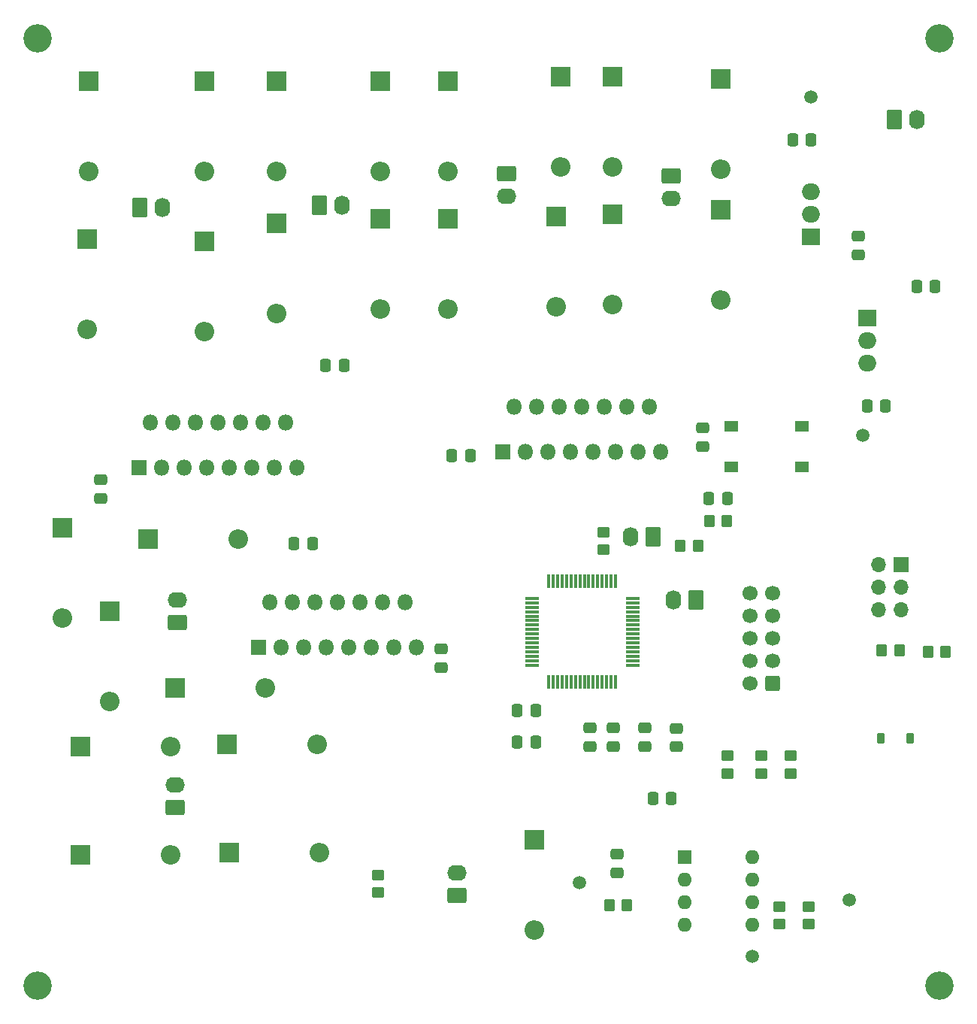
<source format=gbr>
%TF.GenerationSoftware,KiCad,Pcbnew,8.0.8*%
%TF.CreationDate,2025-04-07T19:10:48-05:00*%
%TF.ProjectId,Senior_Design_PCB_ethanl7_nrkim2,53656e69-6f72-45f4-9465-7369676e5f50,rev?*%
%TF.SameCoordinates,Original*%
%TF.FileFunction,Soldermask,Top*%
%TF.FilePolarity,Negative*%
%FSLAX46Y46*%
G04 Gerber Fmt 4.6, Leading zero omitted, Abs format (unit mm)*
G04 Created by KiCad (PCBNEW 8.0.8) date 2025-04-07 19:10:48*
%MOMM*%
%LPD*%
G01*
G04 APERTURE LIST*
G04 Aperture macros list*
%AMRoundRect*
0 Rectangle with rounded corners*
0 $1 Rounding radius*
0 $2 $3 $4 $5 $6 $7 $8 $9 X,Y pos of 4 corners*
0 Add a 4 corners polygon primitive as box body*
4,1,4,$2,$3,$4,$5,$6,$7,$8,$9,$2,$3,0*
0 Add four circle primitives for the rounded corners*
1,1,$1+$1,$2,$3*
1,1,$1+$1,$4,$5*
1,1,$1+$1,$6,$7*
1,1,$1+$1,$8,$9*
0 Add four rect primitives between the rounded corners*
20,1,$1+$1,$2,$3,$4,$5,0*
20,1,$1+$1,$4,$5,$6,$7,0*
20,1,$1+$1,$6,$7,$8,$9,0*
20,1,$1+$1,$8,$9,$2,$3,0*%
G04 Aperture macros list end*
%ADD10RoundRect,0.225000X0.225000X0.375000X-0.225000X0.375000X-0.225000X-0.375000X0.225000X-0.375000X0*%
%ADD11R,2.200000X2.200000*%
%ADD12O,2.200000X2.200000*%
%ADD13R,1.800000X1.800000*%
%ADD14O,1.800000X1.800000*%
%ADD15C,1.500000*%
%ADD16RoundRect,0.250000X-0.450000X0.350000X-0.450000X-0.350000X0.450000X-0.350000X0.450000X0.350000X0*%
%ADD17RoundRect,0.250000X0.620000X0.845000X-0.620000X0.845000X-0.620000X-0.845000X0.620000X-0.845000X0*%
%ADD18O,1.740000X2.190000*%
%ADD19C,3.200000*%
%ADD20RoundRect,0.250000X-0.337500X-0.475000X0.337500X-0.475000X0.337500X0.475000X-0.337500X0.475000X0*%
%ADD21RoundRect,0.250000X0.450000X-0.350000X0.450000X0.350000X-0.450000X0.350000X-0.450000X-0.350000X0*%
%ADD22RoundRect,0.250000X-0.475000X0.337500X-0.475000X-0.337500X0.475000X-0.337500X0.475000X0.337500X0*%
%ADD23R,1.600000X1.600000*%
%ADD24O,1.600000X1.600000*%
%ADD25R,2.000000X1.905000*%
%ADD26O,2.000000X1.905000*%
%ADD27RoundRect,0.250000X-0.620000X-0.845000X0.620000X-0.845000X0.620000X0.845000X-0.620000X0.845000X0*%
%ADD28RoundRect,0.250000X-0.845000X0.620000X-0.845000X-0.620000X0.845000X-0.620000X0.845000X0.620000X0*%
%ADD29O,2.190000X1.740000*%
%ADD30RoundRect,0.250000X0.337500X0.475000X-0.337500X0.475000X-0.337500X-0.475000X0.337500X-0.475000X0*%
%ADD31RoundRect,0.250000X0.845000X-0.620000X0.845000X0.620000X-0.845000X0.620000X-0.845000X-0.620000X0*%
%ADD32RoundRect,0.250000X0.350000X0.450000X-0.350000X0.450000X-0.350000X-0.450000X0.350000X-0.450000X0*%
%ADD33RoundRect,0.250000X-0.350000X-0.450000X0.350000X-0.450000X0.350000X0.450000X-0.350000X0.450000X0*%
%ADD34R,1.550000X1.300000*%
%ADD35RoundRect,0.075000X-0.075000X0.700000X-0.075000X-0.700000X0.075000X-0.700000X0.075000X0.700000X0*%
%ADD36RoundRect,0.075000X-0.700000X0.075000X-0.700000X-0.075000X0.700000X-0.075000X0.700000X0.075000X0*%
%ADD37RoundRect,0.250000X0.475000X-0.337500X0.475000X0.337500X-0.475000X0.337500X-0.475000X-0.337500X0*%
%ADD38R,1.700000X1.700000*%
%ADD39O,1.700000X1.700000*%
%ADD40RoundRect,0.250000X0.600000X0.600000X-0.600000X0.600000X-0.600000X-0.600000X0.600000X-0.600000X0*%
%ADD41C,1.700000*%
G04 APERTURE END LIST*
D10*
%TO.C,D4*%
X199119361Y-114415469D03*
X195819361Y-114415469D03*
%TD*%
D11*
%TO.C,D12*%
X177800000Y-54864000D03*
D12*
X177800000Y-65024000D03*
%TD*%
D11*
%TO.C,D13*%
X105664000Y-127508000D03*
D12*
X115824000Y-127508000D03*
%TD*%
D13*
%TO.C,U5*%
X112251361Y-83935469D03*
D14*
X113521361Y-78855469D03*
X114791361Y-83935469D03*
X116061361Y-78855469D03*
X117331361Y-83935469D03*
X118601361Y-78855469D03*
X119871361Y-83935469D03*
X121141361Y-78855469D03*
X122411361Y-83935469D03*
X123681361Y-78855469D03*
X124951361Y-83935469D03*
X126221361Y-78855469D03*
X127491361Y-83935469D03*
X128761361Y-78855469D03*
X130031361Y-83935469D03*
%TD*%
D11*
%TO.C,D11*%
X177800000Y-40132000D03*
D12*
X177800000Y-50292000D03*
%TD*%
D11*
%TO.C,D15*%
X105664000Y-115316000D03*
D12*
X115824000Y-115316000D03*
%TD*%
D11*
%TO.C,D8*%
X159766000Y-39878000D03*
D12*
X159766000Y-50038000D03*
%TD*%
D13*
%TO.C,U3*%
X153272361Y-82157469D03*
D14*
X154542361Y-77077469D03*
X155812361Y-82157469D03*
X157082361Y-77077469D03*
X158352361Y-82157469D03*
X159622361Y-77077469D03*
X160892361Y-82157469D03*
X162162361Y-77077469D03*
X163432361Y-82157469D03*
X164702361Y-77077469D03*
X165972361Y-82157469D03*
X167242361Y-77077469D03*
X168512361Y-82157469D03*
X169782361Y-77077469D03*
X171052361Y-82157469D03*
%TD*%
D15*
%TO.C,TP2*%
X181356000Y-138938000D03*
%TD*%
D16*
%TO.C,R1*%
X164575361Y-91190469D03*
X164575361Y-93190469D03*
%TD*%
D17*
%TO.C,D1*%
X170163361Y-91682469D03*
D18*
X167623361Y-91682469D03*
%TD*%
D16*
%TO.C,R8*%
X182355361Y-116352469D03*
X182355361Y-118352469D03*
%TD*%
D11*
%TO.C,D19*%
X103632000Y-90678000D03*
D12*
X103632000Y-100838000D03*
%TD*%
D11*
%TO.C,D28*%
X139446000Y-55880000D03*
D12*
X139446000Y-66040000D03*
%TD*%
D19*
%TO.C,H3*%
X100838000Y-142240000D03*
%TD*%
D20*
%TO.C,C16*%
X129734361Y-92444469D03*
X131809361Y-92444469D03*
%TD*%
D11*
%TO.C,D9*%
X165608000Y-39878000D03*
D12*
X165608000Y-50038000D03*
%TD*%
D15*
%TO.C,TP3*%
X161925000Y-130683000D03*
%TD*%
D20*
%TO.C,C13*%
X147535861Y-82538469D03*
X149610861Y-82538469D03*
%TD*%
D21*
%TO.C,R11*%
X184404000Y-135366000D03*
X184404000Y-133366000D03*
%TD*%
D16*
%TO.C,R3*%
X139192000Y-129794000D03*
X139192000Y-131794000D03*
%TD*%
D11*
%TO.C,D26*%
X127762000Y-56388000D03*
D12*
X127762000Y-66548000D03*
%TD*%
D22*
%TO.C,C14*%
X175751361Y-79447469D03*
X175751361Y-81522469D03*
%TD*%
D15*
%TO.C,TP1*%
X192278000Y-132588000D03*
%TD*%
D22*
%TO.C,C7*%
X172830361Y-113272469D03*
X172830361Y-115347469D03*
%TD*%
D23*
%TO.C,U2*%
X173736000Y-127762000D03*
D24*
X173736000Y-130302000D03*
X173736000Y-132842000D03*
X173736000Y-135382000D03*
X181356000Y-135382000D03*
X181356000Y-132842000D03*
X181356000Y-130302000D03*
X181356000Y-127762000D03*
%TD*%
D11*
%TO.C,D5*%
X147066000Y-55880000D03*
D12*
X147066000Y-66040000D03*
%TD*%
D25*
%TO.C,U1*%
X187943361Y-57900469D03*
D26*
X187943361Y-55360469D03*
X187943361Y-52820469D03*
%TD*%
D13*
%TO.C,U4*%
X125713361Y-104128469D03*
D14*
X126983361Y-99048469D03*
X128253361Y-104128469D03*
X129523361Y-99048469D03*
X130793361Y-104128469D03*
X132063361Y-99048469D03*
X133333361Y-104128469D03*
X134603361Y-99048469D03*
X135873361Y-104128469D03*
X137143361Y-99048469D03*
X138413361Y-104128469D03*
X139683361Y-99048469D03*
X140953361Y-104128469D03*
X142223361Y-99048469D03*
X143493361Y-104128469D03*
%TD*%
D27*
%TO.C,J10*%
X132588000Y-54356000D03*
D18*
X135128000Y-54356000D03*
%TD*%
D11*
%TO.C,D23*%
X119675000Y-40386000D03*
D12*
X119675000Y-50546000D03*
%TD*%
D28*
%TO.C,J5*%
X153670000Y-50800000D03*
D29*
X153670000Y-53340000D03*
%TD*%
D30*
%TO.C,C10*%
X156955361Y-114796469D03*
X154880361Y-114796469D03*
%TD*%
D22*
%TO.C,C17*%
X107950000Y-85322500D03*
X107950000Y-87397500D03*
%TD*%
D25*
%TO.C,U7*%
X194293361Y-67044469D03*
D26*
X194293361Y-69584469D03*
X194293361Y-72124469D03*
%TD*%
D17*
%TO.C,D2*%
X174989361Y-98794469D03*
D18*
X172449361Y-98794469D03*
%TD*%
D11*
%TO.C,D3*%
X156845000Y-125857000D03*
D12*
X156845000Y-136017000D03*
%TD*%
D11*
%TO.C,D18*%
X116332000Y-108700469D03*
D12*
X126492000Y-108700469D03*
%TD*%
D11*
%TO.C,D25*%
X127762000Y-40386000D03*
D12*
X127762000Y-50546000D03*
%TD*%
D15*
%TO.C,TP4*%
X187960000Y-42164000D03*
%TD*%
D30*
%TO.C,C2*%
X187981500Y-46990000D03*
X185906500Y-46990000D03*
%TD*%
D31*
%TO.C,J7*%
X116332000Y-122174000D03*
D29*
X116332000Y-119634000D03*
%TD*%
D11*
%TO.C,D20*%
X113284000Y-91948000D03*
D12*
X123444000Y-91948000D03*
%TD*%
D11*
%TO.C,D14*%
X122428000Y-127254000D03*
D12*
X132588000Y-127254000D03*
%TD*%
D21*
%TO.C,R12*%
X187706000Y-135366000D03*
X187706000Y-133366000D03*
%TD*%
D22*
%TO.C,C6*%
X166116000Y-127465000D03*
X166116000Y-129540000D03*
%TD*%
D11*
%TO.C,D6*%
X159258000Y-55626000D03*
D12*
X159258000Y-65786000D03*
%TD*%
D19*
%TO.C,H2*%
X202438000Y-35560000D03*
%TD*%
D32*
%TO.C,R5*%
X178502361Y-89904469D03*
X176502361Y-89904469D03*
%TD*%
D20*
%TO.C,C4*%
X194288500Y-76962000D03*
X196363500Y-76962000D03*
%TD*%
D16*
%TO.C,R9*%
X178545361Y-116352469D03*
X178545361Y-118352469D03*
%TD*%
D11*
%TO.C,D7*%
X147066000Y-40386000D03*
D12*
X147066000Y-50546000D03*
%TD*%
D11*
%TO.C,D27*%
X139446000Y-40386000D03*
D12*
X139446000Y-50546000D03*
%TD*%
D31*
%TO.C,J8*%
X116586000Y-101346000D03*
D29*
X116586000Y-98806000D03*
%TD*%
D30*
%TO.C,C18*%
X135386861Y-72378469D03*
X133311861Y-72378469D03*
%TD*%
D11*
%TO.C,D16*%
X122174000Y-115062000D03*
D12*
X132334000Y-115062000D03*
%TD*%
D33*
%TO.C,R6*%
X201167361Y-104636469D03*
X203167361Y-104636469D03*
%TD*%
D11*
%TO.C,D21*%
X106639000Y-40386000D03*
D12*
X106639000Y-50546000D03*
%TD*%
D27*
%TO.C,J2*%
X197358000Y-44704000D03*
D18*
X199898000Y-44704000D03*
%TD*%
D34*
%TO.C,SW1*%
X178977361Y-79308469D03*
X186927361Y-79308469D03*
X178977361Y-83808469D03*
X186927361Y-83808469D03*
%TD*%
D30*
%TO.C,C19*%
X172233500Y-121158000D03*
X170158500Y-121158000D03*
%TD*%
D33*
%TO.C,R4*%
X165259000Y-133223000D03*
X167259000Y-133223000D03*
%TD*%
D30*
%TO.C,C11*%
X156955361Y-111240469D03*
X154880361Y-111240469D03*
%TD*%
D35*
%TO.C,U6*%
X165952361Y-96735469D03*
X165452361Y-96735469D03*
X164952361Y-96735469D03*
X164452361Y-96735469D03*
X163952361Y-96735469D03*
X163452361Y-96735469D03*
X162952361Y-96735469D03*
X162452361Y-96735469D03*
X161952361Y-96735469D03*
X161452361Y-96735469D03*
X160952361Y-96735469D03*
X160452361Y-96735469D03*
X159952361Y-96735469D03*
X159452361Y-96735469D03*
X158952361Y-96735469D03*
X158452361Y-96735469D03*
D36*
X156527361Y-98660469D03*
X156527361Y-99160469D03*
X156527361Y-99660469D03*
X156527361Y-100160469D03*
X156527361Y-100660469D03*
X156527361Y-101160469D03*
X156527361Y-101660469D03*
X156527361Y-102160469D03*
X156527361Y-102660469D03*
X156527361Y-103160469D03*
X156527361Y-103660469D03*
X156527361Y-104160469D03*
X156527361Y-104660469D03*
X156527361Y-105160469D03*
X156527361Y-105660469D03*
X156527361Y-106160469D03*
D35*
X158452361Y-108085469D03*
X158952361Y-108085469D03*
X159452361Y-108085469D03*
X159952361Y-108085469D03*
X160452361Y-108085469D03*
X160952361Y-108085469D03*
X161452361Y-108085469D03*
X161952361Y-108085469D03*
X162452361Y-108085469D03*
X162952361Y-108085469D03*
X163452361Y-108085469D03*
X163952361Y-108085469D03*
X164452361Y-108085469D03*
X164952361Y-108085469D03*
X165452361Y-108085469D03*
X165952361Y-108085469D03*
D36*
X167877361Y-106160469D03*
X167877361Y-105660469D03*
X167877361Y-105160469D03*
X167877361Y-104660469D03*
X167877361Y-104160469D03*
X167877361Y-103660469D03*
X167877361Y-103160469D03*
X167877361Y-102660469D03*
X167877361Y-102160469D03*
X167877361Y-101660469D03*
X167877361Y-101160469D03*
X167877361Y-100660469D03*
X167877361Y-100160469D03*
X167877361Y-99660469D03*
X167877361Y-99160469D03*
X167877361Y-98660469D03*
%TD*%
D28*
%TO.C,J6*%
X172192000Y-51054000D03*
D29*
X172192000Y-53594000D03*
%TD*%
D22*
%TO.C,C9*%
X165718361Y-113229469D03*
X165718361Y-115304469D03*
%TD*%
D27*
%TO.C,J9*%
X112377000Y-54610000D03*
D18*
X114917000Y-54610000D03*
%TD*%
D11*
%TO.C,D22*%
X106444000Y-58166000D03*
D12*
X106444000Y-68326000D03*
%TD*%
D37*
%TO.C,C15*%
X146287361Y-106435969D03*
X146287361Y-104360969D03*
%TD*%
D16*
%TO.C,R10*%
X185657361Y-116352469D03*
X185657361Y-118352469D03*
%TD*%
D20*
%TO.C,C3*%
X199876500Y-63500000D03*
X201951500Y-63500000D03*
%TD*%
D11*
%TO.C,D10*%
X165608000Y-55372000D03*
D12*
X165608000Y-65532000D03*
%TD*%
D33*
%TO.C,R2*%
X173243361Y-92698469D03*
X175243361Y-92698469D03*
%TD*%
D38*
%TO.C,J3*%
X198103361Y-94857469D03*
D39*
X195563361Y-94857469D03*
X198103361Y-97397469D03*
X195563361Y-97397469D03*
X198103361Y-99937469D03*
X195563361Y-99937469D03*
%TD*%
D11*
%TO.C,D17*%
X108966000Y-100076000D03*
D12*
X108966000Y-110236000D03*
%TD*%
D22*
%TO.C,C1*%
X193294000Y-57890500D03*
X193294000Y-59965500D03*
%TD*%
%TO.C,C8*%
X169274361Y-113229469D03*
X169274361Y-115304469D03*
%TD*%
D15*
%TO.C,TP5*%
X193802000Y-80264000D03*
%TD*%
D22*
%TO.C,C5*%
X163051361Y-113250969D03*
X163051361Y-115325969D03*
%TD*%
D33*
%TO.C,R7*%
X195960361Y-104509469D03*
X197960361Y-104509469D03*
%TD*%
D11*
%TO.C,D24*%
X119634000Y-58420000D03*
D12*
X119634000Y-68580000D03*
%TD*%
D40*
%TO.C,J4*%
X183625361Y-108192469D03*
D41*
X181085361Y-108192469D03*
X183625361Y-105652469D03*
X181085361Y-105652469D03*
X183625361Y-103112469D03*
X181085361Y-103112469D03*
X183625361Y-100572469D03*
X181085361Y-100572469D03*
X183625361Y-98032469D03*
X181085361Y-98032469D03*
%TD*%
D31*
%TO.C,J1*%
X148082000Y-132080000D03*
D29*
X148082000Y-129540000D03*
%TD*%
D19*
%TO.C,H1*%
X100838000Y-35560000D03*
%TD*%
D20*
%TO.C,C12*%
X176470361Y-87364469D03*
X178545361Y-87364469D03*
%TD*%
D19*
%TO.C,H4*%
X202438000Y-142240000D03*
%TD*%
M02*

</source>
